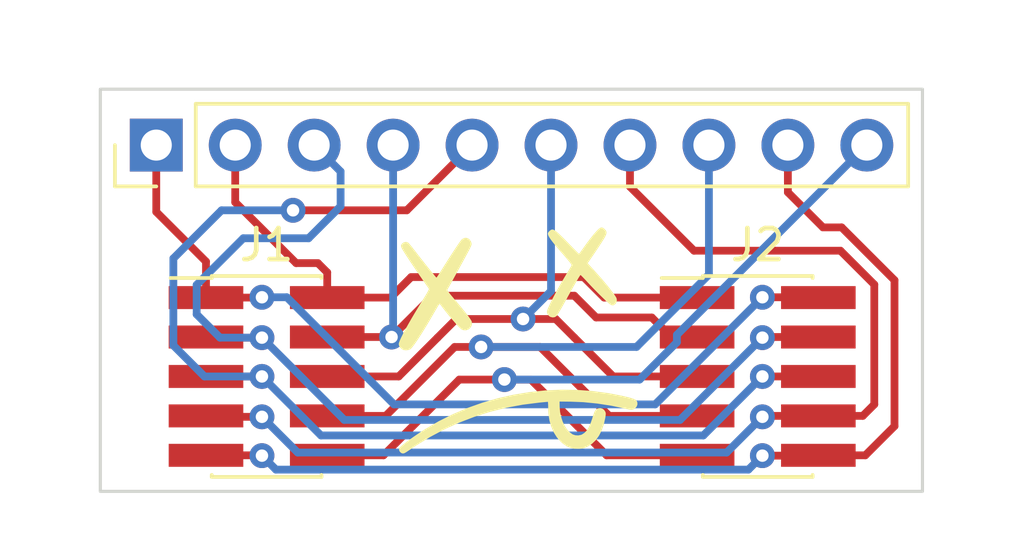
<source format=kicad_pcb>
(kicad_pcb (version 20211014) (generator pcbnew)
  (layers (0 "F.Cu" signal) (31 "B.Cu" signal) (34 "B.Paste" user) (35 "F.Paste" user) (36 "B.SilkS" user "B.Silkscreen") (37 "F.SilkS" user "F.Silkscreen") (38 "B.Mask" user) (39 "F.Mask" user) (44 "Edge.Cuts" user))
  (net 0 "")
  (net 1 "Net-(J1-Pad1)")
  (net 2 "Net-(J1-Pad2)")
  (net 3 "Net-(J1-Pad3)")
  (net 4 "Net-(J1-Pad4)")
  (net 5 "Net-(J1-Pad5)")
  (net 6 "Net-(J1-Pad6)")
  (net 7 "Net-(J1-Pad7)")
  (net 8 "Net-(J1-Pad8)")
  (net 9 "Net-(J1-Pad9)")
  (net 10 "Net-(J1-Pad10)")
  (footprint "Connector_PinHeader_2.54mm:PinHeader_1x10_P2.54mm_Vertical" (layer "F.Cu") (at 128.05 83.4 90)
    (fp_text reference "J3" hide)
    (fp_text value "Conn_01x10")
    (fp_line (start -1.33 0) (end -1.33 -1.33) (layer "F.SilkS") (width 0.12))
    (fp_line (start -1.33 1.27) (end -1.33 24.19) (layer "F.SilkS") (width 0.12))
    (fp_line (start 1.33 1.27) (end 1.33 24.19) (layer "F.SilkS") (width 0.12))
    (fp_line (start -1.33 1.27) (end 1.33 1.27) (layer "F.SilkS") (width 0.12))
    (fp_line (start -1.33 -1.33) (end 0 -1.33) (layer "F.SilkS") (width 0.12))
    (fp_line (start -1.33 24.19) (end 1.33 24.19) (layer "F.SilkS") (width 0.12))
    (pad "1" thru_hole rect (at 0 0 90) (size 1.7 1.7) (drill 1) (layers *.Cu *.Mask) (net 1 "Net-(J1-Pad1)"))
    (pad "2" thru_hole oval (at 0 2.54 90) (size 1.7 1.7) (drill 1) (layers *.Cu *.Mask) (net 2 "Net-(J1-Pad2)"))
    (pad "3" thru_hole oval (at 0 5.08 90) (size 1.7 1.7) (drill 1) (layers *.Cu *.Mask) (net 3 "Net-(J1-Pad3)"))
    (pad "4" thru_hole oval (at 0 7.62 90) (size 1.7 1.7) (drill 1) (layers *.Cu *.Mask) (net 4 "Net-(J1-Pad4)"))
    (pad "5" thru_hole oval (at 0 10.16 90) (size 1.7 1.7) (drill 1) (layers *.Cu *.Mask) (net 5 "Net-(J1-Pad5)"))
    (pad "6" thru_hole oval (at 0 12.7 90) (size 1.7 1.7) (drill 1) (layers *.Cu *.Mask) (net 6 "Net-(J1-Pad6)"))
    (pad "7" thru_hole oval (at 0 15.24 90) (size 1.7 1.7) (drill 1) (layers *.Cu *.Mask) (net 7 "Net-(J1-Pad7)"))
    (pad "8" thru_hole oval (at 0 17.78 90) (size 1.7 1.7) (drill 1) (layers *.Cu *.Mask) (net 8 "Net-(J1-Pad8)"))
    (pad "9" thru_hole oval (at 0 20.32 90) (size 1.7 1.7) (drill 1) (layers *.Cu *.Mask) (net 9 "Net-(J1-Pad9)"))
    (pad "10" thru_hole oval (at 0 22.86 90) (size 1.7 1.7) (drill 1) (layers *.Cu *.Mask) (net 10 "Net-(J1-Pad10)"))
  )
  (footprint "Connector_PinHeader_1.27mm:PinHeader_2x05_P1.27mm_Vertical_SMD" (layer "F.Cu") (at 131.6 90.85)
    (fp_text reference "J1" (at 0 -4.235) (layer "F.SilkS"))
    (fp_text value "Conn_02x05_Odd_Even")
    (fp_line (start -1.765 -3.235) (end 1.765 -3.235) (layer "F.SilkS") (width 0.12))
    (fp_line (start -3.09 -3.17) (end -1.765 -3.17) (layer "F.SilkS") (width 0.12))
    (fp_line (start -1.765 3.17) (end -1.765 3.235) (layer "F.SilkS") (width 0.12))
    (fp_line (start 1.765 3.17) (end 1.765 3.235) (layer "F.SilkS") (width 0.12))
    (fp_line (start -1.765 -3.235) (end -1.765 -3.17) (layer "F.SilkS") (width 0.12))
    (fp_line (start 1.765 -3.235) (end 1.765 -3.17) (layer "F.SilkS") (width 0.12))
    (fp_line (start -1.765 3.235) (end 1.765 3.235) (layer "F.SilkS") (width 0.12))
    (pad "1" smd rect (at -1.95 -2.54) (size 2.4 0.74) (layers "F.Cu" "F.Paste" "F.Mask") (net 1 "Net-(J1-Pad1)"))
    (pad "2" smd rect (at 1.95 -2.54) (size 2.4 0.74) (layers "F.Cu" "F.Paste" "F.Mask") (net 2 "Net-(J1-Pad2)"))
    (pad "3" smd rect (at -1.95 -1.27) (size 2.4 0.74) (layers "F.Cu" "F.Paste" "F.Mask") (net 3 "Net-(J1-Pad3)"))
    (pad "4" smd rect (at 1.95 -1.27) (size 2.4 0.74) (layers "F.Cu" "F.Paste" "F.Mask") (net 4 "Net-(J1-Pad4)"))
    (pad "5" smd rect (at -1.95 0) (size 2.4 0.74) (layers "F.Cu" "F.Paste" "F.Mask") (net 5 "Net-(J1-Pad5)"))
    (pad "6" smd rect (at 1.95 0) (size 2.4 0.74) (layers "F.Cu" "F.Paste" "F.Mask") (net 6 "Net-(J1-Pad6)"))
    (pad "7" smd rect (at -1.95 1.27) (size 2.4 0.74) (layers "F.Cu" "F.Paste" "F.Mask") (net 7 "Net-(J1-Pad7)"))
    (pad "8" smd rect (at 1.95 1.27) (size 2.4 0.74) (layers "F.Cu" "F.Paste" "F.Mask") (net 8 "Net-(J1-Pad8)"))
    (pad "9" smd rect (at -1.95 2.54) (size 2.4 0.74) (layers "F.Cu" "F.Paste" "F.Mask") (net 9 "Net-(J1-Pad9)"))
    (pad "10" smd rect (at 1.95 2.54) (size 2.4 0.74) (layers "F.Cu" "F.Paste" "F.Mask") (net 10 "Net-(J1-Pad10)"))
  )
  (footprint "Connector_PinHeader_1.27mm:PinHeader_2x05_P1.27mm_Vertical_SMD" (layer "F.Cu") (at 147.4 90.85)
    (fp_text reference "J2" (at 0 -4.235) (layer "F.SilkS"))
    (fp_text value "Conn_02x05_Odd_Even")
    (fp_line (start 1.765 -3.235) (end 1.765 -3.17) (layer "F.SilkS") (width 0.12))
    (fp_line (start -1.765 -3.235) (end -1.765 -3.17) (layer "F.SilkS") (width 0.12))
    (fp_line (start -1.765 3.17) (end -1.765 3.235) (layer "F.SilkS") (width 0.12))
    (fp_line (start -3.09 -3.17) (end -1.765 -3.17) (layer "F.SilkS") (width 0.12))
    (fp_line (start -1.765 -3.235) (end 1.765 -3.235) (layer "F.SilkS") (width 0.12))
    (fp_line (start -1.765 3.235) (end 1.765 3.235) (layer "F.SilkS") (width 0.12))
    (fp_line (start 1.765 3.17) (end 1.765 3.235) (layer "F.SilkS") (width 0.12))
    (pad "1" smd rect (at -1.95 -2.54) (size 2.4 0.74) (layers "F.Cu" "F.Paste" "F.Mask") (net 2 "Net-(J1-Pad2)"))
    (pad "2" smd rect (at 1.95 -2.54) (size 2.4 0.74) (layers "F.Cu" "F.Paste" "F.Mask") (net 1 "Net-(J1-Pad1)"))
    (pad "3" smd rect (at -1.95 -1.27) (size 2.4 0.74) (layers "F.Cu" "F.Paste" "F.Mask") (net 4 "Net-(J1-Pad4)"))
    (pad "4" smd rect (at 1.95 -1.27) (size 2.4 0.74) (layers "F.Cu" "F.Paste" "F.Mask") (net 3 "Net-(J1-Pad3)"))
    (pad "5" smd rect (at -1.95 0) (size 2.4 0.74) (layers "F.Cu" "F.Paste" "F.Mask") (net 6 "Net-(J1-Pad6)"))
    (pad "6" smd rect (at 1.95 0) (size 2.4 0.74) (layers "F.Cu" "F.Paste" "F.Mask") (net 5 "Net-(J1-Pad5)"))
    (pad "7" smd rect (at -1.95 1.27) (size 2.4 0.74) (layers "F.Cu" "F.Paste" "F.Mask") (net 8 "Net-(J1-Pad8)"))
    (pad "8" smd rect (at 1.95 1.27) (size 2.4 0.74) (layers "F.Cu" "F.Paste" "F.Mask") (net 7 "Net-(J1-Pad7)"))
    (pad "9" smd rect (at -1.95 2.54) (size 2.4 0.74) (layers "F.Cu" "F.Paste" "F.Mask") (net 10 "Net-(J1-Pad10)"))
    (pad "10" smd rect (at 1.95 2.54) (size 2.4 0.74) (layers "F.Cu" "F.Paste" "F.Mask") (net 9 "Net-(J1-Pad9)"))
  )
  (footprint "footprints:cross-eyed-10m" (layer "F.Cu") (at 139.7 89.7)
    (fp_text reference "G***" hide)
    (fp_text value "LOGO" hide)
    (fp_poly (pts (xy -1.62594 -3.301076) (xy -1.568361 -3.260046) (xy -1.525394 -3.195389) (xy -1.514195 -3.164987) (xy -1.506421 -3.134988) (xy -1.504783 -3.108174) (xy -1.511266 -3.077383) (xy -1.527855 -3.035452) (xy -1.556536 -2.97522) (xy -1.579674 -2.928716) (xy -1.601127 -2.887338) (xy -1.636009 -2.821868) (xy -1.682081 -2.736383) (xy -1.737104 -2.634961) (xy -1.798837 -2.521678) (xy -1.865042 -2.40061) (xy -1.933478 -2.275836) (xy -2.001906 -2.151432) (xy -2.068086 -2.031476) (xy -2.129779 -1.920043) (xy -2.184744 -1.821211) (xy -2.230743 -1.739058) (xy -2.265535 -1.677659) (xy -2.286882 -1.641093) (xy -2.288132 -1.639054) (xy -2.281383 -1.620859) (xy -2.255025 -1.581384) (xy -2.211724 -1.524148) (xy -2.154147 -1.452668) (xy -2.084961 -1.370462) (xy -2.081236 -1.366124) (xy -1.948506 -1.210135) (xy -1.830412 -1.068231) (xy -1.728219 -0.942043) (xy -1.643193 -0.833203) (xy -1.576599 -0.743345) (xy -1.529701 -0.674098) (xy -1.503766 -0.627097) (xy -1.499904 -0.616309) (xy -1.493184 -0.535903) (xy -1.513956 -0.463208) (xy -1.556753 -0.40268) (xy -1.616105 -0.358775) (xy -1.686543 -0.335946) (xy -1.762599 -0.33865) (xy -1.816607 -0.358303) (xy -1.851141 -0.383972) (xy -1.902604 -0.432688) (xy -1.967893 -0.500856) (xy -2.043906 -0.58488) (xy -2.127541 -0.681163) (xy -2.215697 -0.786109) (xy -2.30527 -0.896122) (xy -2.393159 -1.007607) (xy -2.476261 -1.116967) (xy -2.506754 -1.158334) (xy -2.531914 -1.179998) (xy -2.547201 -1.175) (xy -2.559796 -1.156294) (xy -2.586338 -1.112912) (xy -2.624286 -1.049148) (xy -2.671096 -0.969296) (xy -2.724226 -0.87765) (xy -2.756303 -0.821887) (xy -2.858008 -0.646887) (xy -2.957873 -0.479459) (xy -3.054208 -0.322175) (xy -3.145326 -0.177609) (xy -3.229535 -0.048335) (xy -3.305149 0.063075) (xy -3.370477 0.154046) (xy -3.42383 0.222006) (xy -3.463519 0.264381) (xy -3.475479 0.27378) (xy -3.536563 0.298746) (xy -3.611664 0.308772) (xy -3.684103 0.301919) (xy -3.69414 0.299186) (xy -3.751673 0.268678) (xy -3.802458 0.219286) (xy -3.838017 0.161313) (xy -3.85 0.109711) (xy -3.840884 0.06358) (xy -3.814191 -0.008421) (xy -3.770909 -0.10448) (xy -3.712026 -0.222779) (xy -3.638527 -0.361506) (xy -3.551401 -0.518844) (xy -3.451634 -0.692978) (xy -3.340212 -0.882095) (xy -3.218124 -1.084378) (xy -3.086356 -1.298013) (xy -3.07171 -1.321492) (xy -3.001469 -1.435763) (xy -2.946045 -1.529739) (xy -2.906425 -1.601628) (xy -2.883594 -1.649639) (xy -2.878537 -1.671982) (xy -2.878707 -1.672298) (xy -2.891612 -1.691417) (xy -2.920829 -1.733744) (xy -2.963524 -1.795201) (xy -3.016861 -1.871713) (xy -3.078004 -1.959203) (xy -3.1188 -2.017473) (xy -3.203315 -2.139103) (xy -3.291585 -2.267928) (xy -3.380511 -2.399281) (xy -3.466995 -2.528493) (xy -3.547938 -2.650896) (xy -3.62024 -2.761823) (xy -3.680803 -2.856604) (xy -3.726529 -2.930572) (xy -3.739604 -2.952654) (xy -3.768795 -3.012877) (xy -3.776221 -3.05849) (xy -3.773825 -3.073751) (xy -3.745653 -3.126295) (xy -3.697393 -3.163283) (xy -3.638844 -3.181387) (xy -3.579805 -3.177284) (xy -3.536917 -3.154167) (xy -3.516027 -3.131697) (xy -3.47903 -3.087646) (xy -3.429964 -3.026992) (xy -3.372865 -2.954711) (xy -3.323968 -2.891667) (xy -3.23734 -2.779593) (xy -3.14828 -2.665336) (xy -3.059214 -2.551924) (xy -2.97257 -2.442382) (xy -2.890774 -2.339739) (xy -2.816253 -2.247022) (xy -2.751434 -2.167259) (xy -2.698742 -2.103475) (xy -2.660606 -2.0587) (xy -2.639452 -2.035959) (xy -2.63621 -2.033707) (xy -2.623942 -2.047236) (xy -2.597606 -2.084256) (xy -2.560535 -2.13983) (xy -2.516064 -2.209019) (xy -2.492701 -2.246207) (xy -2.384031 -2.419567) (xy -2.28032 -2.583302) (xy -2.183117 -2.73506) (xy -2.093972 -2.87249) (xy -2.014435 -2.99324) (xy -1.946054 -3.094958) (xy -1.890379 -3.175292) (xy -1.848958 -3.231889) (xy -1.823342 -3.262399) (xy -1.823237 -3.2625) (xy -1.75969 -3.304295) (xy -1.691821 -3.31649)) (layer "F.SilkS") (width 0) (fill solid))
    (fp_poly (pts (xy 2.74709 -3.620209) (xy 2.776666 -3.593334) (xy 2.811038 -3.554055) (xy 2.831106 -3.515515) (xy 2.835903 -3.473055) (xy 2.824461 -3.42202) (xy 2.795812 -3.357751) (xy 2.748989 -3.27559) (xy 2.691654 -3.184283) (xy 2.628665 -3.087395) (xy 2.554756 -2.975452) (xy 2.478092 -2.86073) (xy 2.40684 -2.755502) (xy 2.389876 -2.730727) (xy 2.229776 -2.497602) (xy 2.262077 -2.461301) (xy 2.283954 -2.436975) (xy 2.323706 -2.393017) (xy 2.37678 -2.334454) (xy 2.438621 -2.266312) (xy 2.482475 -2.218041) (xy 2.646522 -2.034429) (xy 2.79014 -1.866744) (xy 2.918171 -1.709176) (xy 3.035458 -1.555915) (xy 3.04483 -1.543249) (xy 3.097006 -1.471301) (xy 3.131899 -1.41891) (xy 3.152878 -1.379473) (xy 3.163314 -1.346384) (xy 3.166576 -1.313038) (xy 3.166666 -1.304467) (xy 3.161107 -1.248216) (xy 3.139669 -1.206184) (xy 3.117948 -1.182052) (xy 3.070288 -1.144528) (xy 3.025401 -1.136115) (xy 2.973059 -1.155678) (xy 2.958333 -1.16436) (xy 2.921332 -1.19217) (xy 2.865199 -1.240824) (xy 2.793537 -1.306791) (xy 2.709954 -1.386543) (xy 2.618055 -1.47655) (xy 2.521445 -1.573281) (xy 2.42373 -1.673208) (xy 2.328516 -1.772801) (xy 2.243132 -1.864469) (xy 2.172888 -1.940371) (xy 2.109958 -2.007125) (xy 2.057887 -2.061071) (xy 2.02022 -2.098549) (xy 2.000501 -2.115902) (xy 1.99879 -2.116667) (xy 1.985234 -2.102056) (xy 1.956541 -2.058721) (xy 1.913145 -1.987415) (xy 1.855481 -1.888886) (xy 1.783981 -1.763885) (xy 1.699081 -1.613163) (xy 1.601214 -1.437471) (xy 1.498721 -1.251924) (xy 1.438203 -1.14314) (xy 1.380652 -1.041845) (xy 1.328625 -0.952373) (xy 1.28468 -0.879061) (xy 1.251375 -0.826244) (xy 1.231267 -0.798257) (xy 1.230813 -0.797758) (xy 1.175183 -0.76059) (xy 1.106599 -0.749751) (xy 1.033598 -0.766088) (xy 1.012709 -0.77609) (xy 0.968198 -0.813871) (xy 0.933239 -0.867273) (xy 0.917088 -0.921595) (xy 0.916854 -0.92834) (xy 0.92544 -0.969956) (xy 0.949702 -1.036679) (xy 0.987921 -1.125183) (xy 1.038381 -1.232138) (xy 1.099362 -1.354217) (xy 1.169148 -1.488092) (xy 1.246019 -1.630435) (xy 1.328258 -1.777919) (xy 1.414148 -1.927216) (xy 1.501969 -2.074997) (xy 1.546397 -2.147813) (xy 1.59759 -2.231775) (xy 1.64266 -2.307289) (xy 1.678639 -2.369254) (xy 1.702561 -2.412571) (xy 1.711299 -2.431278) (xy 1.702792 -2.454014) (xy 1.672316 -2.499101) (xy 1.621093 -2.564945) (xy 1.550347 -2.649954) (xy 1.488388 -2.721698) (xy 1.360052 -2.869303) (xy 1.252746 -2.994765) (xy 1.164804 -3.100352) (xy 1.094559 -3.188333) (xy 1.040345 -3.260977) (xy 1.000495 -3.320552) (xy 0.973342 -3.369327) (xy 0.957219 -3.409571) (xy 0.950461 -3.443551) (xy 0.95 -3.454555) (xy 0.963473 -3.491405) (xy 0.996783 -3.531712) (xy 1.039263 -3.565487) (xy 1.080249 -3.582743) (xy 1.087527 -3.583334) (xy 1.119883 -3.57764) (xy 1.159385 -3.559288) (xy 1.208285 -3.526375) (xy 1.268832 -3.476998) (xy 1.343278 -3.409252) (xy 1.433874 -3.321235) (xy 1.542869 -3.211043) (xy 1.611946 -3.139807) (xy 1.696793 -3.052175) (xy 1.774156 -2.972924) (xy 1.841024 -2.905085) (xy 1.894386 -2.851691) (xy 1.931231 -2.815773) (xy 1.94855 -2.800363) (xy 1.949347 -2.8) (xy 1.961797 -2.812937) (xy 1.989451 -2.848493) (xy 2.028675 -2.901793) (xy 2.075832 -2.967959) (xy 2.095335 -2.995834) (xy 2.206453 -3.151022) (xy 2.316122 -3.295766) (xy 2.419934 -3.424479) (xy 2.513479 -3.531574) (xy 2.542577 -3.5625) (xy 2.603528 -3.618722) (xy 2.654071 -3.646573) (xy 2.699996 -3.646814)) (layer "F.SilkS") (width 0) (fill solid))
    (fp_poly (pts (xy 1.883013 1.582148) (xy 2.394222 1.619253) (xy 2.900984 1.687525) (xy 3.316666 1.768124) (xy 3.455971 1.79985) (xy 3.566078 1.827073) (xy 3.65063 1.850997) (xy 3.713269 1.872828) (xy 3.757638 1.893771) (xy 3.78738 1.915029) (xy 3.799145 1.927698) (xy 3.828066 1.988795) (xy 3.828947 2.055749) (xy 3.804237 2.120949) (xy 3.756385 2.176783) (xy 3.709359 2.206729) (xy 3.68106 2.219132) (xy 3.655345 2.225548) (xy 3.624536 2.225557) (xy 3.580951 2.218738) (xy 3.516911 2.20467) (xy 3.469891 2.193621) (xy 2.996627 2.093859) (xy 2.537882 2.022174) (xy 2.090799 1.978195) (xy 1.671151 1.961713) (xy 1.325 1.958333) (xy 1.327704 2.125) (xy 1.340678 2.287604) (xy 1.37281 2.446225) (xy 1.421851 2.596091) (xy 1.485552 2.732432) (xy 1.561663 2.850477) (xy 1.647936 2.945454) (xy 1.742121 3.012594) (xy 1.747449 3.015365) (xy 1.834143 3.043568) (xy 1.92925 3.048558) (xy 2.019158 3.030214) (xy 2.047246 3.018071) (xy 2.128659 2.963645) (xy 2.200739 2.886964) (xy 2.2652 2.785306) (xy 2.323756 2.655949) (xy 2.378123 2.49617) (xy 2.380108 2.489533) (xy 2.403934 2.413132) (xy 2.427582 2.343442) (xy 2.447692 2.290082) (xy 2.457135 2.268982) (xy 2.50311 2.211626) (xy 2.563813 2.178604) (xy 2.631339 2.16978) (xy 2.697781 2.185016) (xy 2.755235 2.224177) (xy 2.790426 2.274739) (xy 2.803825 2.305918) (xy 2.810671 2.334868) (xy 2.811078 2.370371) (xy 2.805158 2.421212) (xy 2.79325 2.494827) (xy 2.745585 2.705362) (xy 2.677812 2.895001) (xy 2.591065 3.061928) (xy 2.486476 3.204327) (xy 2.365179 3.320381) (xy 2.228308 3.408273) (xy 2.220913 3.411976) (xy 2.155191 3.44269) (xy 2.101131 3.461885) (xy 2.045409 3.472827) (xy 1.974696 3.478777) (xy 1.941479 3.480392) (xy 1.797909 3.476561) (xy 1.670182 3.449885) (xy 1.551672 3.397751) (xy 1.435754 3.31755) (xy 1.36152 3.251862) (xy 1.238374 3.112246) (xy 1.13593 2.948979) (xy 1.0555 2.765518) (xy 0.998393 2.565322) (xy 0.965917 2.351851) (xy 0.958513 2.18751) (xy 0.957751 2.106084) (xy 0.955789 2.038194) (xy 0.952907 1.98997) (xy 0.94938 1.967542) (xy 0.94851 1.966677) (xy 0.929389 1.968186) (xy 0.882922 1.97236) (xy 0.814942 1.978662) (xy 0.731281 1.986553) (xy 0.67351 1.992064) (xy 0.139038 2.059452) (xy -0.387611 2.158226) (xy -0.904878 2.287841) (xy -1.411204 2.447753) (xy -1.90503 2.637417) (xy -2.384798 2.85629) (xy -2.848949 3.103826) (xy -3.291667 3.37667) (xy -3.37587 3.432447) (xy -3.456158 3.485943) (xy -3.525856 3.532688) (xy -3.57829 3.568214) (xy -3.598342 3.582043) (xy -3.662428 3.619659) (xy -3.714283 3.631474) (xy -3.761471 3.618508) (xy -3.780677 3.606651) (xy -3.82393 3.560736) (xy -3.840151 3.50688) (xy -3.828891 3.457678) (xy -3.803358 3.42638) (xy -3.753013 3.37991) (xy -3.681285 3.320798) (xy -3.591606 3.251573) (xy -3.487405 3.174766) (xy -3.372115 3.092906) (xy -3.249166 3.008523) (xy -3.121989 2.924148) (xy -2.996566 2.84391) (xy -2.560161 2.589683) (xy -2.106516 2.362926) (xy -1.637801 2.164008) (xy -1.156185 1.993301) (xy -0.663835 1.851172) (xy -0.16292 1.737992) (xy 0.34439 1.65413) (xy 0.855928 1.599956) (xy 1.369525 1.575838)) (layer "F.SilkS") (width 0) (fill solid))
  )
  (gr_rect (start 126.25 81.6) (end 152.7 94.55) (layer "Edge.Cuts") (width 0.1) (fill none))
  (segment (start 129.65 88.31) (end 131.44 88.31) (width 0.25) (layer "F.Cu") (net 1))
  (segment (start 131.44 88.31) (end 131.45 88.3) (width 0.25) (layer "F.Cu") (net 1))
  (segment (start 149.34 88.3) (end 149.35 88.31) (width 0.25) (layer "F.Cu") (net 1))
  (segment (start 128.05 85.55) (end 129.65 87.15) (width 0.25) (layer "F.Cu") (net 1))
  (segment (start 128.05 83.4) (end 128.05 85.55) (width 0.25) (layer "F.Cu") (net 1))
  (segment (start 129.65 87.15) (end 129.65 88.31) (width 0.25) (layer "F.Cu") (net 1))
  (segment (start 147.55 88.3) (end 149.34 88.3) (width 0.25) (layer "F.Cu") (net 1))
  (via (at 147.55 88.3) (size 0.8) (drill 0.4) (layers "F.Cu" "B.Cu") (net 1))
  (via (at 131.45 88.3) (size 0.8) (drill 0.4) (layers "F.Cu" "B.Cu") (net 1))
  (segment (start 144.1 91.75) (end 147.55 88.3) (width 0.25) (layer "B.Cu") (net 1))
  (segment (start 132.25 88.3) (end 135.7 91.75) (width 0.25) (layer "B.Cu") (net 1))
  (segment (start 135.7 91.75) (end 144.1 91.75) (width 0.25) (layer "B.Cu") (net 1))
  (segment (start 131.45 88.3) (end 132.25 88.3) (width 0.25) (layer "B.Cu") (net 1))
  (segment (start 142.46 88.31) (end 145.45 88.31) (width 0.25) (layer "F.Cu") (net 2))
  (segment (start 141.8 87.65) (end 142.46 88.31) (width 0.25) (layer "F.Cu") (net 2))
  (segment (start 133.55 88.31) (end 135.59 88.31) (width 0.25) (layer "F.Cu") (net 2))
  (segment (start 132.55 87.2) (end 130.59 85.24) (width 0.25) (layer "F.Cu") (net 2))
  (segment (start 135.59 88.31) (end 136.25 87.65) (width 0.25) (layer "F.Cu") (net 2))
  (segment (start 133.25 87.2) (end 132.55 87.2) (width 0.25) (layer "F.Cu") (net 2))
  (segment (start 136.25 87.65) (end 141.8 87.65) (width 0.25) (layer "F.Cu") (net 2))
  (segment (start 130.59 85.24) (end 130.59 83.4) (width 0.25) (layer "F.Cu") (net 2))
  (segment (start 133.55 87.5) (end 133.25 87.2) (width 0.25) (layer "F.Cu") (net 2))
  (segment (start 133.55 88.31) (end 133.55 87.5) (width 0.25) (layer "F.Cu") (net 2))
  (segment (start 129.67 89.6) (end 129.65 89.58) (width 0.25) (layer "F.Cu") (net 3))
  (segment (start 131.45 89.6) (end 129.67 89.6) (width 0.25) (layer "F.Cu") (net 3))
  (segment (start 147.57 89.58) (end 147.55 89.6) (width 0.25) (layer "F.Cu") (net 3))
  (segment (start 149.35 89.58) (end 147.57 89.58) (width 0.25) (layer "F.Cu") (net 3))
  (via (at 147.55 89.6) (size 0.8) (drill 0.4) (layers "F.Cu" "B.Cu") (net 3))
  (via (at 131.45 89.6) (size 0.8) (drill 0.4) (layers "F.Cu" "B.Cu") (net 3))
  (segment (start 147.55 89.6) (end 144.9 92.25) (width 0.25) (layer "B.Cu") (net 3))
  (segment (start 133.13 83.4) (end 133.98 84.25) (width 0.25) (layer "B.Cu") (net 3))
  (segment (start 133.98 84.25) (end 133.98 85.37) (width 0.25) (layer "B.Cu") (net 3))
  (segment (start 132.95 86.4) (end 130.85 86.4) (width 0.25) (layer "B.Cu") (net 3))
  (segment (start 129.35 88.85) (end 130.1 89.6) (width 0.25) (layer "B.Cu") (net 3))
  (segment (start 129.35 87.9) (end 129.35 88.85) (width 0.25) (layer "B.Cu") (net 3))
  (segment (start 130.85 86.4) (end 129.35 87.9) (width 0.25) (layer "B.Cu") (net 3))
  (segment (start 134.1 92.25) (end 131.45 89.6) (width 0.25) (layer "B.Cu") (net 3))
  (segment (start 144.9 92.25) (end 134.1 92.25) (width 0.25) (layer "B.Cu") (net 3))
  (segment (start 130.1 89.6) (end 131.45 89.6) (width 0.25) (layer "B.Cu") (net 3))
  (segment (start 133.98 85.37) (end 132.95 86.4) (width 0.25) (layer "B.Cu") (net 3))
  (segment (start 135.62 89.58) (end 133.55 89.58) (width 0.25) (layer "F.Cu") (net 4))
  (segment (start 143.991 88.951) (end 144.62 89.58) (width 0.25) (layer "F.Cu") (net 4))
  (segment (start 144.62 89.58) (end 145.45 89.58) (width 0.25) (layer "F.Cu") (net 4))
  (segment (start 141.5 88.25) (end 142.201 88.951) (width 0.25) (layer "F.Cu") (net 4))
  (segment (start 136.95 88.25) (end 141.5 88.25) (width 0.25) (layer "F.Cu") (net 4))
  (segment (start 135.62 89.58) (end 136.95 88.25) (width 0.25) (layer "F.Cu") (net 4))
  (segment (start 142.201 88.951) (end 143.991 88.951) (width 0.25) (layer "F.Cu") (net 4))
  (via (at 135.62 89.58) (size 0.8) (drill 0.4) (layers "F.Cu" "B.Cu") (net 4))
  (segment (start 135.67 89.53) (end 135.62 89.58) (width 0.25) (layer "B.Cu") (net 4))
  (segment (start 135.67 83.4) (end 135.67 89.53) (width 0.25) (layer "B.Cu") (net 4))
  (segment (start 132.45 85.5) (end 136.11 85.5) (width 0.25) (layer "F.Cu") (net 5))
  (segment (start 129.65 90.85) (end 131.45 90.85) (width 0.25) (layer "F.Cu") (net 5))
  (segment (start 136.11 85.5) (end 138.21 83.4) (width 0.25) (layer "F.Cu") (net 5))
  (segment (start 147.55 90.85) (end 149.35 90.85) (width 0.25) (layer "F.Cu") (net 5))
  (via (at 131.45 90.85) (size 0.8) (drill 0.4) (layers "F.Cu" "B.Cu") (net 5))
  (via (at 132.45 85.5) (size 0.8) (drill 0.4) (layers "F.Cu" "B.Cu") (net 5))
  (via (at 147.55 90.85) (size 0.8) (drill 0.4) (layers "F.Cu" "B.Cu") (net 5))
  (segment (start 128.6 87.05) (end 128.6 89.85) (width 0.25) (layer "B.Cu") (net 5))
  (segment (start 131.45 90.85) (end 133.35 92.75) (width 0.25) (layer "B.Cu") (net 5))
  (segment (start 132.45 85.5) (end 130.15 85.5) (width 0.25) (layer "B.Cu") (net 5))
  (segment (start 130.15 85.5) (end 128.6 87.05) (width 0.25) (layer "B.Cu") (net 5))
  (segment (start 133.35 92.75) (end 145.65 92.75) (width 0.25) (layer "B.Cu") (net 5))
  (segment (start 129.6 90.85) (end 131.45 90.85) (width 0.25) (layer "B.Cu") (net 5))
  (segment (start 145.65 92.75) (end 147.55 90.85) (width 0.25) (layer "B.Cu") (net 5))
  (segment (start 128.6 89.85) (end 129.6 90.85) (width 0.25) (layer "B.Cu") (net 5))
  (segment (start 141.5 89.6) (end 142.75 90.85) (width 0.25) (layer "F.Cu") (net 6))
  (segment (start 133.55 90.85) (end 135.85 90.85) (width 0.25) (layer "F.Cu") (net 6))
  (segment (start 137.7 89) (end 139.85 89) (width 0.25) (layer "F.Cu") (net 6))
  (segment (start 140.9 89) (end 141.5 89.6) (width 0.25) (layer "F.Cu") (net 6))
  (segment (start 137.1 89.6) (end 137.7 89) (width 0.25) (layer "F.Cu") (net 6))
  (segment (start 142.75 90.85) (end 145.45 90.85) (width 0.25) (layer "F.Cu") (net 6))
  (segment (start 135.85 90.85) (end 137.1 89.6) (width 0.25) (layer "F.Cu") (net 6))
  (segment (start 139.85 89) (end 140.9 89) (width 0.25) (layer "F.Cu") (net 6))
  (via (at 139.85 89) (size 0.8) (drill 0.4) (layers "F.Cu" "B.Cu") (net 6))
  (segment (start 140.75 83.4) (end 140.75 88.1) (width 0.25) (layer "B.Cu") (net 6))
  (segment (start 140.75 88.1) (end 139.85 89) (width 0.25) (layer "B.Cu") (net 6))
  (segment (start 150.78 92.12) (end 151.15 91.75) (width 0.25) (layer "F.Cu") (net 7))
  (segment (start 151.15 91.75) (end 151.15 87.89) (width 0.25) (layer "F.Cu") (net 7))
  (segment (start 143.29 84.74) (end 143.29 83.4) (width 0.25) (layer "F.Cu") (net 7))
  (segment (start 149.35 92.12) (end 147.58 92.12) (width 0.25) (layer "F.Cu") (net 7))
  (segment (start 129.68 92.15) (end 129.65 92.12) (width 0.25) (layer "F.Cu") (net 7))
  (segment (start 145.35 86.8) (end 143.29 84.74) (width 0.25) (layer "F.Cu") (net 7))
  (segment (start 147.58 92.12) (end 147.55 92.15) (width 0.25) (layer "F.Cu") (net 7))
  (segment (start 150.06 86.8) (end 145.35 86.8) (width 0.25) (layer "F.Cu") (net 7))
  (segment (start 131.45 92.15) (end 129.68 92.15) (width 0.25) (layer "F.Cu") (net 7))
  (segment (start 149.35 92.12) (end 150.78 92.12) (width 0.25) (layer "F.Cu") (net 7))
  (segment (start 151.15 87.89) (end 150.06 86.8) (width 0.25) (layer "F.Cu") (net 7))
  (via (at 147.55 92.15) (size 0.8) (drill 0.4) (layers "F.Cu" "B.Cu") (net 7))
  (via (at 131.45 92.15) (size 0.8) (drill 0.4) (layers "F.Cu" "B.Cu") (net 7))
  (segment (start 132.6 93.3) (end 131.45 92.15) (width 0.25) (layer "B.Cu") (net 7))
  (segment (start 146.4 93.3) (end 132.6 93.3) (width 0.25) (layer "B.Cu") (net 7))
  (segment (start 147.55 92.15) (end 146.4 93.3) (width 0.25) (layer "B.Cu") (net 7))
  (segment (start 133.55 92.12) (end 135.43 92.12) (width 0.25) (layer "F.Cu") (net 8))
  (segment (start 135.43 92.12) (end 137.65 89.9) (width 0.25) (layer "F.Cu") (net 8))
  (segment (start 137.65 89.9) (end 140.4 89.9) (width 0.25) (layer "F.Cu") (net 8))
  (segment (start 140.4 89.9) (end 142.62 92.12) (width 0.25) (layer "F.Cu") (net 8))
  (segment (start 142.62 92.12) (end 145.45 92.12) (width 0.25) (layer "F.Cu") (net 8))
  (via (at 138.5 89.9) (size 0.8) (drill 0.4) (layers "F.Cu" "B.Cu") (net 8))
  (segment (start 138.5 89.9) (end 143.5 89.9) (width 0.25) (layer "B.Cu") (net 8))
  (segment (start 145.83 87.57) (end 145.83 83.4) (width 0.25) (layer "B.Cu") (net 8))
  (segment (start 143.5 89.9) (end 143.525 89.875) (width 0.25) (layer "B.Cu") (net 8))
  (segment (start 143.525 89.875) (end 145.83 87.57) (width 0.25) (layer "B.Cu") (net 8))
  (segment (start 149.35 93.39) (end 150.86 93.39) (width 0.25) (layer "F.Cu") (net 9))
  (segment (start 149.5 86.05) (end 148.37 84.92) (width 0.25) (layer "F.Cu") (net 9))
  (segment (start 149.34 93.4) (end 149.35 93.39) (width 0.25) (layer "F.Cu") (net 9))
  (segment (start 131.44 93.39) (end 131.45 93.4) (width 0.25) (layer "F.Cu") (net 9))
  (segment (start 150.1 86.05) (end 149.5 86.05) (width 0.25) (layer "F.Cu") (net 9))
  (segment (start 151.8 92.45) (end 151.8 87.75) (width 0.25) (layer "F.Cu") (net 9))
  (segment (start 148.37 84.92) (end 148.37 83.4) (width 0.25) (layer "F.Cu") (net 9))
  (segment (start 151.8 87.75) (end 150.1 86.05) (width 0.25) (layer "F.Cu") (net 9))
  (segment (start 147.55 93.4) (end 149.34 93.4) (width 0.25) (layer "F.Cu") (net 9))
  (segment (start 150.86 93.39) (end 151.8 92.45) (width 0.25) (layer "F.Cu") (net 9))
  (segment (start 129.65 93.39) (end 131.44 93.39) (width 0.25) (layer "F.Cu") (net 9))
  (via (at 147.55 93.4) (size 0.8) (drill 0.4) (layers "F.Cu" "B.Cu") (net 9))
  (via (at 131.45 93.4) (size 0.8) (drill 0.4) (layers "F.Cu" "B.Cu") (net 9))
  (segment (start 147.1 93.85) (end 147.55 93.4) (width 0.25) (layer "B.Cu") (net 9))
  (segment (start 131.45 93.4) (end 131.9 93.85) (width 0.25) (layer "B.Cu") (net 9))
  (segment (start 131.9 93.85) (end 147.1 93.85) (width 0.25) (layer "B.Cu") (net 9))
  (segment (start 137.8 90.95) (end 140.1 90.95) (width 0.25) (layer "F.Cu") (net 10))
  (segment (start 140.1 90.95) (end 142.54 93.39) (width 0.25) (layer "F.Cu") (net 10))
  (segment (start 133.55 93.39) (end 135.36 93.39) (width 0.25) (layer "F.Cu") (net 10))
  (segment (start 135.36 93.39) (end 137.8 90.95) (width 0.25) (layer "F.Cu") (net 10))
  (segment (start 142.54 93.39) (end 145.45 93.39) (width 0.25) (layer "F.Cu") (net 10))
  (via (at 139.25 90.95) (size 0.8) (drill 0.4) (layers "F.Cu" "B.Cu") (net 10))
  (segment (start 144.8 89.75) (end 144.8 89.51) (width 0.25) (layer "B.Cu") (net 10))
  (segment (start 139.25 90.95) (end 143.6 90.95) (width 0.25) (layer "B.Cu") (net 10))
  (segment (start 144.8 89.51) (end 150.91 83.4) (width 0.25) (layer "B.Cu") (net 10))
  (segment (start 143.6 90.95) (end 144.8 89.75) (width 0.25) (layer "B.Cu") (net 10))
)
</source>
